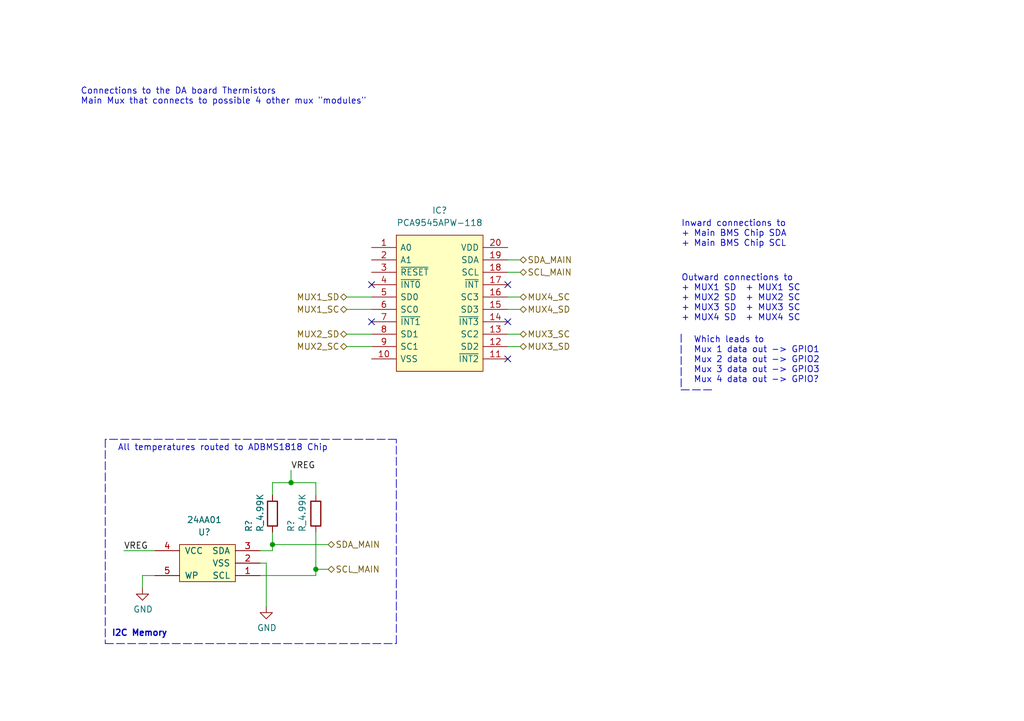
<source format=kicad_sch>
(kicad_sch (version 20211123) (generator eeschema)
  (paper "A5")
  (lib_symbols
    (symbol "formula:24AA01" (pin_names (offset 1.016))
      (property "Reference" "U" (at 0 5.08 0))
      (property "Value" "24AA01" (at 0 -5.08 0))
      (property "MPN" "CAT24AA01TDI-GT3OSCT-ND" (at 2.54 7.62 0))
      (property "MFN" "DK" (at 5.08 10.16 0))
      (property "PurchasingLink" "https://www.digikey.com/product-detail/en/on-semiconductor/CAT24AA01TDI-GT3/CAT24AA01TDI-GT3OSCT-ND/3487510" (at 7.62 12.7 0))
      (symbol "24AA01_0_1"
        (rectangle (start -6.35 3.81) (end 5.08 -3.81) (fill (type background)))
      )
      (symbol "24AA01_1_1"
        (pin input line (at -11.43 2.54 0) (length 5.08) (name "SCL") (number "1"))
        (pin input line (at -11.43 0 0) (length 5.08) (name "VSS") (number "2"))
        (pin input line (at -11.43 -2.54 0) (length 5.08) (name "SDA") (number "3"))
        (pin input line (at 10.16 -2.54 180) (length 5.08) (name "VCC") (number "4"))
        (pin input line (at 10.16 2.54 180) (length 5.08) (name "WP") (number "5"))
      )
    )
    (symbol "formula:PCA9545APW-118" (pin_names (offset 0.762))
      (property "Reference" "IC" (at 29.21 7.62 0))
      (property "Value" "PCA9545APW-118" (at 29.21 5.08 0))
      (symbol "PCA9545APW-118_0_0"
        (pin passive line (at 0 0 0) (length 5.08) (name "A0") (number "1"))
        (pin passive line (at 0 -22.86 0) (length 5.08) (name "VSS") (number "10"))
        (pin passive line (at 27.94 -22.86 180) (length 5.08) (name "~{INT2}") (number "11"))
        (pin passive line (at 27.94 -20.32 180) (length 5.08) (name "SD2") (number "12"))
        (pin passive line (at 27.94 -17.78 180) (length 5.08) (name "SC2") (number "13"))
        (pin passive line (at 27.94 -15.24 180) (length 5.08) (name "~{INT3}") (number "14"))
        (pin passive line (at 27.94 -12.7 180) (length 5.08) (name "SD3") (number "15"))
        (pin passive line (at 27.94 -10.16 180) (length 5.08) (name "SC3") (number "16"))
        (pin passive line (at 27.94 -7.62 180) (length 5.08) (name "~{INT}") (number "17"))
        (pin passive line (at 27.94 -5.08 180) (length 5.08) (name "SCL") (number "18"))
        (pin passive line (at 27.94 -2.54 180) (length 5.08) (name "SDA") (number "19"))
        (pin passive line (at 0 -2.54 0) (length 5.08) (name "A1") (number "2"))
        (pin passive line (at 27.94 0 180) (length 5.08) (name "VDD") (number "20"))
        (pin passive line (at 0 -5.08 0) (length 5.08) (name "~{RESET}") (number "3"))
        (pin passive line (at 0 -7.62 0) (length 5.08) (name "~{INT0}") (number "4"))
        (pin passive line (at 0 -10.16 0) (length 5.08) (name "SD0") (number "5"))
        (pin passive line (at 0 -12.7 0) (length 5.08) (name "SC0") (number "6"))
        (pin passive line (at 0 -15.24 0) (length 5.08) (name "~{INT1}") (number "7"))
        (pin passive line (at 0 -17.78 0) (length 5.08) (name "SD1") (number "8"))
        (pin passive line (at 0 -20.32 0) (length 5.08) (name "SC1") (number "9"))
      )
      (symbol "PCA9545APW-118_0_1"
        (polyline (pts (xy 5.08 2.54) (xy 22.86 2.54) (xy 22.86 -25.4) (xy 5.08 -25.4) (xy 5.08 2.54)) (stroke (width 0.1524)) (fill (type background)))
      )
    )
    (symbol "formula:R_4.99K" (pin_numbers hide) (pin_names (offset 1.016) hide)
      (property "Reference" "R" (at -2.54 1.27 0))
      (property "Value" "R_4.99K" (at 2.54 0 90))
      (symbol "R_4.99K_0_1"
        (rectangle (start -1.016 -2.54) (end 1.016 2.54) (stroke (width 0.254)))
      )
      (symbol "R_4.99K_1_1"
        (pin passive line (at 0 3.81 270) (length 1.27) (name "~") (number "1"))
        (pin passive line (at 0 -3.81 90) (length 1.27) (name "~") (number "2"))
      )
    )
    (symbol "power:GND" (power) (pin_names (offset 0))
      (property "Value" "GND" (at 0 -3.81 0))
      (symbol "GND_0_1"
        (polyline (pts (xy 0 0) (xy 0 -1.27) (xy 1.27 -1.27) (xy 0 -2.54) (xy -1.27 -1.27) (xy 0 -1.27)))
      )
      (symbol "GND_1_1"
        (pin power_in line (at 0 0 270) (length 0) hide (name "GND") (number "1"))
      )
    )
  )
  (junction (at 59.69 99.06))
  (junction (at 55.88 111.76))
  (junction (at 64.77 116.84))
  (no_connect (at 76.2 58.42))
  (no_connect (at 76.2 66.04))
  (no_connect (at 104.14 58.42))
  (no_connect (at 104.14 66.04))
  (no_connect (at 104.14 73.66))
  (wire (pts (xy 64.77 116.84) (xy 64.77 109.22)))
  (polyline (pts (xy 139.7 68.58) (xy 139.7 80.01)))
  (wire (pts (xy 104.14 60.96) (xy 106.68 60.96)))
  (wire (pts (xy 29.21 118.11) (xy 29.21 120.65)))
  (polyline (pts (xy 139.7 80.01) (xy 146.05 80.01)))
  (wire (pts (xy 67.31 111.76) (xy 55.88 111.76)))
  (polyline (pts (xy 21.59 90.17) (xy 21.59 132.08)))
  (polyline (pts (xy 81.28 132.08) (xy 81.28 90.17)))
  (polyline (pts (xy 21.59 132.08) (xy 81.28 132.08)))
  (wire (pts (xy 55.88 99.06) (xy 59.69 99.06)))
  (wire (pts (xy 104.14 53.34) (xy 106.68 53.34)))
  (polyline (pts (xy 81.28 90.17) (xy 21.59 90.17)))
  (wire (pts (xy 53.34 113.03) (xy 55.88 113.03)))
  (wire (pts (xy 64.77 118.11) (xy 64.77 116.84)))
  (wire (pts (xy 71.12 60.96) (xy 76.2 60.96)))
  (wire (pts (xy 55.88 99.06) (xy 55.88 101.6)))
  (wire (pts (xy 71.12 71.12) (xy 76.2 71.12)))
  (wire (pts (xy 71.12 63.5) (xy 76.2 63.5)))
  (wire (pts (xy 31.75 118.11) (xy 29.21 118.11)))
  (wire (pts (xy 64.77 99.06) (xy 64.77 101.6)))
  (wire (pts (xy 55.88 113.03) (xy 55.88 111.76)))
  (wire (pts (xy 67.31 116.84) (xy 64.77 116.84)))
  (wire (pts (xy 104.14 71.12) (xy 106.68 71.12)))
  (wire (pts (xy 25.4 113.03) (xy 31.75 113.03)))
  (wire (pts (xy 54.61 115.57) (xy 54.61 124.46)))
  (wire (pts (xy 53.34 118.11) (xy 64.77 118.11)))
  (wire (pts (xy 104.14 68.58) (xy 106.68 68.58)))
  (wire (pts (xy 55.88 111.76) (xy 55.88 109.22)))
  (wire (pts (xy 59.69 99.06) (xy 64.77 99.06)))
  (wire (pts (xy 104.14 55.88) (xy 106.68 55.88)))
  (wire (pts (xy 59.69 96.52) (xy 59.69 99.06)))
  (wire (pts (xy 53.34 115.57) (xy 54.61 115.57)))
  (wire (pts (xy 104.14 63.5) (xy 106.68 63.5)))
  (wire (pts (xy 71.12 68.58) (xy 76.2 68.58)))
  (text "Which leads to\nMux 1 data out -> GPIO1\nMux 2 data out -> GPIO2\nMux 3 data out -> GPIO3\nMux 4 data out -> GPIO?" (at 142.24 78.74 0) (effects (font (size 1.27 1.27)) (justify left bottom)))
  (text "I2C Memory" (at 22.86 130.81 0) (effects (font (size 1.27 1.27) (thickness 0.254) bold) (justify left bottom)))
  (text "Connections to the DA board Thermistors\nMain Mux that connects to possible 4 other mux \"modules\"" (at 16.51 21.59 0) (effects (font (size 1.27 1.27)) (justify left bottom)))
  (text "Outward connections to\n+ MUX1 SD  + MUX1 SC\n+ MUX2 SD  + MUX2 SC\n+ MUX3 SD  + MUX3 SC\n+ MUX4 SD  + MUX4 SC" (at 139.7 66.04 0) (effects (font (size 1.27 1.27)) (justify left bottom)))
  (text "Inward connections to\n+ Main BMS Chip SDA\n+ Main BMS Chip SCL" (at 139.7 50.8 0) (effects (font (size 1.27 1.27)) (justify left bottom)))
  (text "All temperatures routed to ADBMS1818 Chip" (at 24.13 92.71 0) (effects (font (size 1.27 1.27)) (justify left bottom)))
  (label "VREG" (at 59.69 96.52 0))
  (label "VREG" (at 25.4 113.03 0))
  (hierarchical_label "MUX4_SD" (shape bidirectional) (at 106.68 63.5 0))
  (hierarchical_label "SCL_MAIN" (shape bidirectional) (at 106.68 55.88 0))
  (hierarchical_label "MUX2_SD" (shape bidirectional) (at 71.12 68.58 180))
  (hierarchical_label "MUX4_SC" (shape bidirectional) (at 106.68 60.96 0))
  (hierarchical_label "MUX2_SC" (shape bidirectional) (at 71.12 71.12 180))
  (hierarchical_label "SDA_MAIN" (shape bidirectional) (at 106.68 53.34 0))
  (hierarchical_label "SCL_MAIN" (shape bidirectional) (at 67.31 116.84 0))
  (hierarchical_label "MUX1_SC" (shape bidirectional) (at 71.12 63.5 180))
  (hierarchical_label "MUX3_SD" (shape bidirectional) (at 106.68 71.12 0))
  (hierarchical_label "SDA_MAIN" (shape bidirectional) (at 67.31 111.76 0))
  (hierarchical_label "MUX1_SD" (shape bidirectional) (at 71.12 60.96 180))
  (hierarchical_label "MUX3_SC" (shape bidirectional) (at 106.68 68.58 0))
  (symbol (lib_id "formula:R_4.99K") (at 55.88 105.41 0) (unit 1)
    (property "Reference" "R?" (at 51.0286 109.22 90) (effects (justify left)))
    (property "Value" "R_4.99K" (at 53.34 109.22 90) (effects (justify left)))
    (property "Footprint" "footprints:R_0805_OEM" (effects hide))
    (property "Datasheet" "https://www.susumu.co.jp/common/pdf/n_catalog_partition01_en.pdf" (effects hide))
    (property "MPN" "RNCP0805FTD4K99CT-ND" (effects hide))
    (property "MFN" "DK" (effects hide))
    (property "PurchasingLink" "https://www.digikey.com/product-detail/en/stackpole-electronics-inc/RNCP0805FTD4K99/RNCP0805FTD4K99CT-ND/2240591" (effects hide))
  )
  (symbol (lib_id "power:GND") (at 29.21 120.65 0) (unit 1)
    (property "Reference" "#PWR?" (effects hide))
    (property "Value" "GND" (at 29.337 125.0442 0))
  )
  (symbol (lib_id "formula:24AA01") (at 41.91 115.57 180) (unit 1)
    (property "Reference" "U?" (at 41.91 109.22 0))
    (property "Value" "24AA01" (at 41.91 106.68 0))
    (property "Footprint" "footprints:SOT-23-5_OEM_24AA01" (effects hide))
    (property "Datasheet" "http://ww1.microchip.com/downloads/en/DeviceDoc/21711J.pdf" (effects hide))
    (property "MPN" "CAT24AA01TDI-GT3OSCT-ND" (effects hide))
    (property "MFN" "DK" (effects hide))
    (property "PurchasingLink" "https://www.digikey.com/product-detail/en/on-semiconductor/CAT24AA01TDI-GT3/CAT24AA01TDI-GT3OSCT-ND/3487510" (effects hide))
  )
  (symbol (lib_id "formula:PCA9545APW-118") (at 76.2 50.8 0) (unit 1)
    (property "Reference" "IC?" (at 90.17 43.18 0))
    (property "Value" "PCA9545APW-118" (at 90.17 45.72 0))
    (property "Footprint" "footprints:SOP65P640X110-20N" (effects hide))
    (property "Datasheet" "http://www.nxp.com/docs/en/data-sheet/PCA9545A_45B_45C.pdf" (effects hide))
    (property "Description" "4-channel I2C-bus switch with interrupt logic and reset" (effects hide))
    (property "Height" "1.1" (effects hide))
    (property "Manufacturer_Name" "NXP" (effects hide))
    (property "Manufacturer_Part_Number" "PCA9545APW,118" (effects hide))
    (property "Purchasing_Link" "https://www.digikey.com/en/products/detail/nxp-usa-inc/PCA9545APW-118/789954" (effects hide))
  )
  (symbol (lib_id "formula:R_4.99K") (at 64.77 105.41 0) (unit 1)
    (property "Reference" "R?" (at 59.69 109.22 90) (effects (justify left)))
    (property "Value" "R_4.99K" (at 62.0014 109.22 90) (effects (justify left)))
    (property "Footprint" "footprints:R_0805_OEM" (effects hide))
    (property "Datasheet" "https://www.susumu.co.jp/common/pdf/n_catalog_partition01_en.pdf" (effects hide))
    (property "MPN" "RNCP0805FTD4K99CT-ND" (effects hide))
    (property "MFN" "DK" (effects hide))
    (property "PurchasingLink" "https://www.digikey.com/product-detail/en/stackpole-electronics-inc/RNCP0805FTD4K99/RNCP0805FTD4K99CT-ND/2240591" (effects hide))
  )
  (symbol (lib_id "power:GND") (at 54.61 124.46 0) (unit 1)
    (property "Reference" "#PWR?" (effects hide))
    (property "Value" "GND" (at 54.737 128.8542 0))
  )
)
</source>
